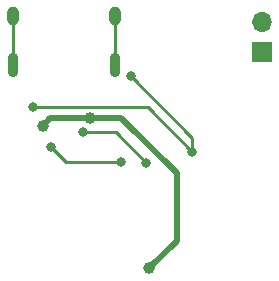
<source format=gbr>
%TF.GenerationSoftware,KiCad,Pcbnew,5.1.10-88a1d61d58~90~ubuntu20.04.1*%
%TF.CreationDate,2021-09-19T21:40:22+08:00*%
%TF.ProjectId,IP2721-USB-C-breakout,49503237-3231-42d5-9553-422d432d6272,rev?*%
%TF.SameCoordinates,Original*%
%TF.FileFunction,Copper,L2,Bot*%
%TF.FilePolarity,Positive*%
%FSLAX46Y46*%
G04 Gerber Fmt 4.6, Leading zero omitted, Abs format (unit mm)*
G04 Created by KiCad (PCBNEW 5.1.10-88a1d61d58~90~ubuntu20.04.1) date 2021-09-19 21:40:22*
%MOMM*%
%LPD*%
G01*
G04 APERTURE LIST*
%TA.AperFunction,ComponentPad*%
%ADD10O,1.000000X1.600000*%
%TD*%
%TA.AperFunction,ComponentPad*%
%ADD11O,0.900000X2.100000*%
%TD*%
%TA.AperFunction,ComponentPad*%
%ADD12O,1.700000X1.700000*%
%TD*%
%TA.AperFunction,ComponentPad*%
%ADD13R,1.700000X1.700000*%
%TD*%
%TA.AperFunction,ViaPad*%
%ADD14C,0.800000*%
%TD*%
%TA.AperFunction,ViaPad*%
%ADD15C,1.000000*%
%TD*%
%TA.AperFunction,Conductor*%
%ADD16C,0.250000*%
%TD*%
%TA.AperFunction,Conductor*%
%ADD17C,0.500000*%
%TD*%
G04 APERTURE END LIST*
D10*
%TO.P,U2,S1*%
%TO.N,Net-(U2-PadS1)*%
X129374560Y-47794620D03*
X120734560Y-47794620D03*
D11*
X129374560Y-51974620D03*
X120734560Y-51974620D03*
%TD*%
D12*
%TO.P,J1,2*%
%TO.N,GND*%
X141869560Y-48318420D03*
D13*
%TO.P,J1,1*%
%TO.N,VOUT*%
X141869560Y-50858420D03*
%TD*%
D14*
%TO.N,GND*%
X130741420Y-52915820D03*
X135958580Y-59301380D03*
X122444130Y-55554880D03*
D15*
%TO.N,VIN*%
X127299720Y-56474360D03*
X132265420Y-69181980D03*
X123294140Y-57096660D03*
D14*
%TO.N,CC1*%
X129909060Y-60180220D03*
X123985020Y-58892440D03*
%TO.N,CC2*%
X132046560Y-60235920D03*
X126702820Y-57655460D03*
%TD*%
D16*
%TO.N,GND*%
X130741420Y-52915820D02*
X135958580Y-58132980D01*
X135958580Y-58132980D02*
X135958580Y-59301380D01*
X135958580Y-59301380D02*
X132212080Y-55554880D01*
X132212080Y-55554880D02*
X122444130Y-55554880D01*
D17*
%TO.N,VIN*%
X127299720Y-56474360D02*
X129951480Y-56474360D01*
X129951480Y-56474360D02*
X134620000Y-61142880D01*
X134620000Y-61142880D02*
X134620000Y-66827400D01*
X134620000Y-66827400D02*
X132265420Y-69181980D01*
X123916440Y-56474360D02*
X123294140Y-57096660D01*
X127299720Y-56474360D02*
X123916440Y-56474360D01*
D16*
%TO.N,CC1*%
X125272800Y-60180220D02*
X123985020Y-58892440D01*
X129909060Y-60180220D02*
X125272800Y-60180220D01*
%TO.N,Net-(U2-PadS1)*%
X129374560Y-51974620D02*
X129374560Y-47794620D01*
X120734560Y-51974620D02*
X120734560Y-47794620D01*
%TO.N,CC2*%
X132046560Y-60235920D02*
X129466100Y-57655460D01*
X129466100Y-57655460D02*
X126702820Y-57655460D01*
%TD*%
M02*

</source>
